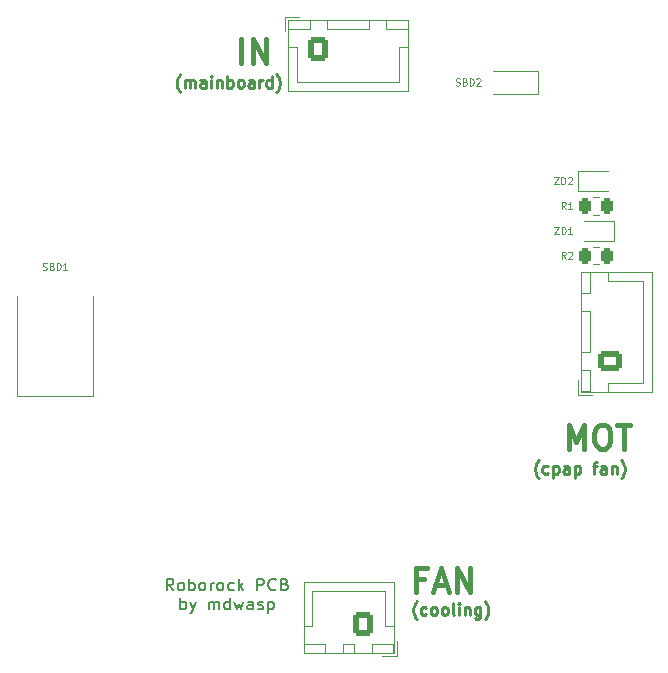
<source format=gbr>
%TF.GenerationSoftware,KiCad,Pcbnew,7.0.8*%
%TF.CreationDate,2023-11-11T22:57:12+01:00*%
%TF.ProjectId,Roborock-CPAP,526f626f-726f-4636-9b2d-435041502e6b,rev?*%
%TF.SameCoordinates,Original*%
%TF.FileFunction,Legend,Top*%
%TF.FilePolarity,Positive*%
%FSLAX46Y46*%
G04 Gerber Fmt 4.6, Leading zero omitted, Abs format (unit mm)*
G04 Created by KiCad (PCBNEW 7.0.8) date 2023-11-11 22:57:12*
%MOMM*%
%LPD*%
G01*
G04 APERTURE LIST*
G04 Aperture macros list*
%AMRoundRect*
0 Rectangle with rounded corners*
0 $1 Rounding radius*
0 $2 $3 $4 $5 $6 $7 $8 $9 X,Y pos of 4 corners*
0 Add a 4 corners polygon primitive as box body*
4,1,4,$2,$3,$4,$5,$6,$7,$8,$9,$2,$3,0*
0 Add four circle primitives for the rounded corners*
1,1,$1+$1,$2,$3*
1,1,$1+$1,$4,$5*
1,1,$1+$1,$6,$7*
1,1,$1+$1,$8,$9*
0 Add four rect primitives between the rounded corners*
20,1,$1+$1,$2,$3,$4,$5,0*
20,1,$1+$1,$4,$5,$6,$7,0*
20,1,$1+$1,$6,$7,$8,$9,0*
20,1,$1+$1,$8,$9,$2,$3,0*%
%AMHorizOval*
0 Thick line with rounded ends*
0 $1 width*
0 $2 $3 position (X,Y) of the first rounded end (center of the circle)*
0 $4 $5 position (X,Y) of the second rounded end (center of the circle)*
0 Add line between two ends*
20,1,$1,$2,$3,$4,$5,0*
0 Add two circle primitives to create the rounded ends*
1,1,$1,$2,$3*
1,1,$1,$4,$5*%
G04 Aperture macros list end*
%ADD10C,0.250000*%
%ADD11C,0.400000*%
%ADD12C,0.150000*%
%ADD13C,0.100000*%
%ADD14C,0.120000*%
%ADD15R,0.600000X0.450000*%
%ADD16RoundRect,0.250000X0.262500X0.450000X-0.262500X0.450000X-0.262500X-0.450000X0.262500X-0.450000X0*%
%ADD17R,1.100000X1.100000*%
%ADD18C,5.600000*%
%ADD19C,3.600000*%
%ADD20RoundRect,0.250000X0.725000X-0.600000X0.725000X0.600000X-0.725000X0.600000X-0.725000X-0.600000X0*%
%ADD21O,1.950000X1.700000*%
%ADD22RoundRect,0.250000X-0.600000X-0.725000X0.600000X-0.725000X0.600000X0.725000X-0.600000X0.725000X0*%
%ADD23O,1.700000X1.950000*%
%ADD24R,3.300000X2.500000*%
%ADD25HorizOval,4.200000X0.353553X0.353553X-0.353553X-0.353553X0*%
%ADD26RoundRect,0.250000X0.600000X0.750000X-0.600000X0.750000X-0.600000X-0.750000X0.600000X-0.750000X0*%
%ADD27O,1.700000X2.000000*%
%ADD28HorizOval,4.200000X0.353553X-0.353553X-0.353553X0.353553X0*%
%ADD29HorizOval,4.200000X-0.353553X-0.353553X0.353553X0.353553X0*%
G04 APERTURE END LIST*
D10*
X160829047Y-118800571D02*
X160781428Y-118752952D01*
X160781428Y-118752952D02*
X160686190Y-118610095D01*
X160686190Y-118610095D02*
X160638571Y-118514857D01*
X160638571Y-118514857D02*
X160590952Y-118372000D01*
X160590952Y-118372000D02*
X160543333Y-118133904D01*
X160543333Y-118133904D02*
X160543333Y-117943428D01*
X160543333Y-117943428D02*
X160590952Y-117705333D01*
X160590952Y-117705333D02*
X160638571Y-117562476D01*
X160638571Y-117562476D02*
X160686190Y-117467238D01*
X160686190Y-117467238D02*
X160781428Y-117324380D01*
X160781428Y-117324380D02*
X160829047Y-117276761D01*
X161638571Y-118372000D02*
X161543333Y-118419619D01*
X161543333Y-118419619D02*
X161352857Y-118419619D01*
X161352857Y-118419619D02*
X161257619Y-118372000D01*
X161257619Y-118372000D02*
X161210000Y-118324380D01*
X161210000Y-118324380D02*
X161162381Y-118229142D01*
X161162381Y-118229142D02*
X161162381Y-117943428D01*
X161162381Y-117943428D02*
X161210000Y-117848190D01*
X161210000Y-117848190D02*
X161257619Y-117800571D01*
X161257619Y-117800571D02*
X161352857Y-117752952D01*
X161352857Y-117752952D02*
X161543333Y-117752952D01*
X161543333Y-117752952D02*
X161638571Y-117800571D01*
X162210000Y-118419619D02*
X162114762Y-118372000D01*
X162114762Y-118372000D02*
X162067143Y-118324380D01*
X162067143Y-118324380D02*
X162019524Y-118229142D01*
X162019524Y-118229142D02*
X162019524Y-117943428D01*
X162019524Y-117943428D02*
X162067143Y-117848190D01*
X162067143Y-117848190D02*
X162114762Y-117800571D01*
X162114762Y-117800571D02*
X162210000Y-117752952D01*
X162210000Y-117752952D02*
X162352857Y-117752952D01*
X162352857Y-117752952D02*
X162448095Y-117800571D01*
X162448095Y-117800571D02*
X162495714Y-117848190D01*
X162495714Y-117848190D02*
X162543333Y-117943428D01*
X162543333Y-117943428D02*
X162543333Y-118229142D01*
X162543333Y-118229142D02*
X162495714Y-118324380D01*
X162495714Y-118324380D02*
X162448095Y-118372000D01*
X162448095Y-118372000D02*
X162352857Y-118419619D01*
X162352857Y-118419619D02*
X162210000Y-118419619D01*
X163114762Y-118419619D02*
X163019524Y-118372000D01*
X163019524Y-118372000D02*
X162971905Y-118324380D01*
X162971905Y-118324380D02*
X162924286Y-118229142D01*
X162924286Y-118229142D02*
X162924286Y-117943428D01*
X162924286Y-117943428D02*
X162971905Y-117848190D01*
X162971905Y-117848190D02*
X163019524Y-117800571D01*
X163019524Y-117800571D02*
X163114762Y-117752952D01*
X163114762Y-117752952D02*
X163257619Y-117752952D01*
X163257619Y-117752952D02*
X163352857Y-117800571D01*
X163352857Y-117800571D02*
X163400476Y-117848190D01*
X163400476Y-117848190D02*
X163448095Y-117943428D01*
X163448095Y-117943428D02*
X163448095Y-118229142D01*
X163448095Y-118229142D02*
X163400476Y-118324380D01*
X163400476Y-118324380D02*
X163352857Y-118372000D01*
X163352857Y-118372000D02*
X163257619Y-118419619D01*
X163257619Y-118419619D02*
X163114762Y-118419619D01*
X164019524Y-118419619D02*
X163924286Y-118372000D01*
X163924286Y-118372000D02*
X163876667Y-118276761D01*
X163876667Y-118276761D02*
X163876667Y-117419619D01*
X164400477Y-118419619D02*
X164400477Y-117752952D01*
X164400477Y-117419619D02*
X164352858Y-117467238D01*
X164352858Y-117467238D02*
X164400477Y-117514857D01*
X164400477Y-117514857D02*
X164448096Y-117467238D01*
X164448096Y-117467238D02*
X164400477Y-117419619D01*
X164400477Y-117419619D02*
X164400477Y-117514857D01*
X164876667Y-117752952D02*
X164876667Y-118419619D01*
X164876667Y-117848190D02*
X164924286Y-117800571D01*
X164924286Y-117800571D02*
X165019524Y-117752952D01*
X165019524Y-117752952D02*
X165162381Y-117752952D01*
X165162381Y-117752952D02*
X165257619Y-117800571D01*
X165257619Y-117800571D02*
X165305238Y-117895809D01*
X165305238Y-117895809D02*
X165305238Y-118419619D01*
X166210000Y-117752952D02*
X166210000Y-118562476D01*
X166210000Y-118562476D02*
X166162381Y-118657714D01*
X166162381Y-118657714D02*
X166114762Y-118705333D01*
X166114762Y-118705333D02*
X166019524Y-118752952D01*
X166019524Y-118752952D02*
X165876667Y-118752952D01*
X165876667Y-118752952D02*
X165781429Y-118705333D01*
X166210000Y-118372000D02*
X166114762Y-118419619D01*
X166114762Y-118419619D02*
X165924286Y-118419619D01*
X165924286Y-118419619D02*
X165829048Y-118372000D01*
X165829048Y-118372000D02*
X165781429Y-118324380D01*
X165781429Y-118324380D02*
X165733810Y-118229142D01*
X165733810Y-118229142D02*
X165733810Y-117943428D01*
X165733810Y-117943428D02*
X165781429Y-117848190D01*
X165781429Y-117848190D02*
X165829048Y-117800571D01*
X165829048Y-117800571D02*
X165924286Y-117752952D01*
X165924286Y-117752952D02*
X166114762Y-117752952D01*
X166114762Y-117752952D02*
X166210000Y-117800571D01*
X166590953Y-118800571D02*
X166638572Y-118752952D01*
X166638572Y-118752952D02*
X166733810Y-118610095D01*
X166733810Y-118610095D02*
X166781429Y-118514857D01*
X166781429Y-118514857D02*
X166829048Y-118372000D01*
X166829048Y-118372000D02*
X166876667Y-118133904D01*
X166876667Y-118133904D02*
X166876667Y-117943428D01*
X166876667Y-117943428D02*
X166829048Y-117705333D01*
X166829048Y-117705333D02*
X166781429Y-117562476D01*
X166781429Y-117562476D02*
X166733810Y-117467238D01*
X166733810Y-117467238D02*
X166638572Y-117324380D01*
X166638572Y-117324380D02*
X166590953Y-117276761D01*
D11*
X145982381Y-71704438D02*
X145982381Y-69704438D01*
X146934762Y-71704438D02*
X146934762Y-69704438D01*
X146934762Y-69704438D02*
X148077619Y-71704438D01*
X148077619Y-71704438D02*
X148077619Y-69704438D01*
X161430952Y-115416819D02*
X160764285Y-115416819D01*
X160764285Y-116464438D02*
X160764285Y-114464438D01*
X160764285Y-114464438D02*
X161716666Y-114464438D01*
X162383333Y-115893009D02*
X163335714Y-115893009D01*
X162192857Y-116464438D02*
X162859523Y-114464438D01*
X162859523Y-114464438D02*
X163526190Y-116464438D01*
X164192857Y-116464438D02*
X164192857Y-114464438D01*
X164192857Y-114464438D02*
X165335714Y-116464438D01*
X165335714Y-116464438D02*
X165335714Y-114464438D01*
D10*
X140798571Y-74170571D02*
X140750952Y-74122952D01*
X140750952Y-74122952D02*
X140655714Y-73980095D01*
X140655714Y-73980095D02*
X140608095Y-73884857D01*
X140608095Y-73884857D02*
X140560476Y-73742000D01*
X140560476Y-73742000D02*
X140512857Y-73503904D01*
X140512857Y-73503904D02*
X140512857Y-73313428D01*
X140512857Y-73313428D02*
X140560476Y-73075333D01*
X140560476Y-73075333D02*
X140608095Y-72932476D01*
X140608095Y-72932476D02*
X140655714Y-72837238D01*
X140655714Y-72837238D02*
X140750952Y-72694380D01*
X140750952Y-72694380D02*
X140798571Y-72646761D01*
X141179524Y-73789619D02*
X141179524Y-73122952D01*
X141179524Y-73218190D02*
X141227143Y-73170571D01*
X141227143Y-73170571D02*
X141322381Y-73122952D01*
X141322381Y-73122952D02*
X141465238Y-73122952D01*
X141465238Y-73122952D02*
X141560476Y-73170571D01*
X141560476Y-73170571D02*
X141608095Y-73265809D01*
X141608095Y-73265809D02*
X141608095Y-73789619D01*
X141608095Y-73265809D02*
X141655714Y-73170571D01*
X141655714Y-73170571D02*
X141750952Y-73122952D01*
X141750952Y-73122952D02*
X141893809Y-73122952D01*
X141893809Y-73122952D02*
X141989048Y-73170571D01*
X141989048Y-73170571D02*
X142036667Y-73265809D01*
X142036667Y-73265809D02*
X142036667Y-73789619D01*
X142941428Y-73789619D02*
X142941428Y-73265809D01*
X142941428Y-73265809D02*
X142893809Y-73170571D01*
X142893809Y-73170571D02*
X142798571Y-73122952D01*
X142798571Y-73122952D02*
X142608095Y-73122952D01*
X142608095Y-73122952D02*
X142512857Y-73170571D01*
X142941428Y-73742000D02*
X142846190Y-73789619D01*
X142846190Y-73789619D02*
X142608095Y-73789619D01*
X142608095Y-73789619D02*
X142512857Y-73742000D01*
X142512857Y-73742000D02*
X142465238Y-73646761D01*
X142465238Y-73646761D02*
X142465238Y-73551523D01*
X142465238Y-73551523D02*
X142512857Y-73456285D01*
X142512857Y-73456285D02*
X142608095Y-73408666D01*
X142608095Y-73408666D02*
X142846190Y-73408666D01*
X142846190Y-73408666D02*
X142941428Y-73361047D01*
X143417619Y-73789619D02*
X143417619Y-73122952D01*
X143417619Y-72789619D02*
X143370000Y-72837238D01*
X143370000Y-72837238D02*
X143417619Y-72884857D01*
X143417619Y-72884857D02*
X143465238Y-72837238D01*
X143465238Y-72837238D02*
X143417619Y-72789619D01*
X143417619Y-72789619D02*
X143417619Y-72884857D01*
X143893809Y-73122952D02*
X143893809Y-73789619D01*
X143893809Y-73218190D02*
X143941428Y-73170571D01*
X143941428Y-73170571D02*
X144036666Y-73122952D01*
X144036666Y-73122952D02*
X144179523Y-73122952D01*
X144179523Y-73122952D02*
X144274761Y-73170571D01*
X144274761Y-73170571D02*
X144322380Y-73265809D01*
X144322380Y-73265809D02*
X144322380Y-73789619D01*
X144798571Y-73789619D02*
X144798571Y-72789619D01*
X144798571Y-73170571D02*
X144893809Y-73122952D01*
X144893809Y-73122952D02*
X145084285Y-73122952D01*
X145084285Y-73122952D02*
X145179523Y-73170571D01*
X145179523Y-73170571D02*
X145227142Y-73218190D01*
X145227142Y-73218190D02*
X145274761Y-73313428D01*
X145274761Y-73313428D02*
X145274761Y-73599142D01*
X145274761Y-73599142D02*
X145227142Y-73694380D01*
X145227142Y-73694380D02*
X145179523Y-73742000D01*
X145179523Y-73742000D02*
X145084285Y-73789619D01*
X145084285Y-73789619D02*
X144893809Y-73789619D01*
X144893809Y-73789619D02*
X144798571Y-73742000D01*
X145846190Y-73789619D02*
X145750952Y-73742000D01*
X145750952Y-73742000D02*
X145703333Y-73694380D01*
X145703333Y-73694380D02*
X145655714Y-73599142D01*
X145655714Y-73599142D02*
X145655714Y-73313428D01*
X145655714Y-73313428D02*
X145703333Y-73218190D01*
X145703333Y-73218190D02*
X145750952Y-73170571D01*
X145750952Y-73170571D02*
X145846190Y-73122952D01*
X145846190Y-73122952D02*
X145989047Y-73122952D01*
X145989047Y-73122952D02*
X146084285Y-73170571D01*
X146084285Y-73170571D02*
X146131904Y-73218190D01*
X146131904Y-73218190D02*
X146179523Y-73313428D01*
X146179523Y-73313428D02*
X146179523Y-73599142D01*
X146179523Y-73599142D02*
X146131904Y-73694380D01*
X146131904Y-73694380D02*
X146084285Y-73742000D01*
X146084285Y-73742000D02*
X145989047Y-73789619D01*
X145989047Y-73789619D02*
X145846190Y-73789619D01*
X147036666Y-73789619D02*
X147036666Y-73265809D01*
X147036666Y-73265809D02*
X146989047Y-73170571D01*
X146989047Y-73170571D02*
X146893809Y-73122952D01*
X146893809Y-73122952D02*
X146703333Y-73122952D01*
X146703333Y-73122952D02*
X146608095Y-73170571D01*
X147036666Y-73742000D02*
X146941428Y-73789619D01*
X146941428Y-73789619D02*
X146703333Y-73789619D01*
X146703333Y-73789619D02*
X146608095Y-73742000D01*
X146608095Y-73742000D02*
X146560476Y-73646761D01*
X146560476Y-73646761D02*
X146560476Y-73551523D01*
X146560476Y-73551523D02*
X146608095Y-73456285D01*
X146608095Y-73456285D02*
X146703333Y-73408666D01*
X146703333Y-73408666D02*
X146941428Y-73408666D01*
X146941428Y-73408666D02*
X147036666Y-73361047D01*
X147512857Y-73789619D02*
X147512857Y-73122952D01*
X147512857Y-73313428D02*
X147560476Y-73218190D01*
X147560476Y-73218190D02*
X147608095Y-73170571D01*
X147608095Y-73170571D02*
X147703333Y-73122952D01*
X147703333Y-73122952D02*
X147798571Y-73122952D01*
X148560476Y-73789619D02*
X148560476Y-72789619D01*
X148560476Y-73742000D02*
X148465238Y-73789619D01*
X148465238Y-73789619D02*
X148274762Y-73789619D01*
X148274762Y-73789619D02*
X148179524Y-73742000D01*
X148179524Y-73742000D02*
X148131905Y-73694380D01*
X148131905Y-73694380D02*
X148084286Y-73599142D01*
X148084286Y-73599142D02*
X148084286Y-73313428D01*
X148084286Y-73313428D02*
X148131905Y-73218190D01*
X148131905Y-73218190D02*
X148179524Y-73170571D01*
X148179524Y-73170571D02*
X148274762Y-73122952D01*
X148274762Y-73122952D02*
X148465238Y-73122952D01*
X148465238Y-73122952D02*
X148560476Y-73170571D01*
X148941429Y-74170571D02*
X148989048Y-74122952D01*
X148989048Y-74122952D02*
X149084286Y-73980095D01*
X149084286Y-73980095D02*
X149131905Y-73884857D01*
X149131905Y-73884857D02*
X149179524Y-73742000D01*
X149179524Y-73742000D02*
X149227143Y-73503904D01*
X149227143Y-73503904D02*
X149227143Y-73313428D01*
X149227143Y-73313428D02*
X149179524Y-73075333D01*
X149179524Y-73075333D02*
X149131905Y-72932476D01*
X149131905Y-72932476D02*
X149084286Y-72837238D01*
X149084286Y-72837238D02*
X148989048Y-72694380D01*
X148989048Y-72694380D02*
X148941429Y-72646761D01*
X171139999Y-106850571D02*
X171092380Y-106802952D01*
X171092380Y-106802952D02*
X170997142Y-106660095D01*
X170997142Y-106660095D02*
X170949523Y-106564857D01*
X170949523Y-106564857D02*
X170901904Y-106422000D01*
X170901904Y-106422000D02*
X170854285Y-106183904D01*
X170854285Y-106183904D02*
X170854285Y-105993428D01*
X170854285Y-105993428D02*
X170901904Y-105755333D01*
X170901904Y-105755333D02*
X170949523Y-105612476D01*
X170949523Y-105612476D02*
X170997142Y-105517238D01*
X170997142Y-105517238D02*
X171092380Y-105374380D01*
X171092380Y-105374380D02*
X171139999Y-105326761D01*
X171949523Y-106422000D02*
X171854285Y-106469619D01*
X171854285Y-106469619D02*
X171663809Y-106469619D01*
X171663809Y-106469619D02*
X171568571Y-106422000D01*
X171568571Y-106422000D02*
X171520952Y-106374380D01*
X171520952Y-106374380D02*
X171473333Y-106279142D01*
X171473333Y-106279142D02*
X171473333Y-105993428D01*
X171473333Y-105993428D02*
X171520952Y-105898190D01*
X171520952Y-105898190D02*
X171568571Y-105850571D01*
X171568571Y-105850571D02*
X171663809Y-105802952D01*
X171663809Y-105802952D02*
X171854285Y-105802952D01*
X171854285Y-105802952D02*
X171949523Y-105850571D01*
X172378095Y-105802952D02*
X172378095Y-106802952D01*
X172378095Y-105850571D02*
X172473333Y-105802952D01*
X172473333Y-105802952D02*
X172663809Y-105802952D01*
X172663809Y-105802952D02*
X172759047Y-105850571D01*
X172759047Y-105850571D02*
X172806666Y-105898190D01*
X172806666Y-105898190D02*
X172854285Y-105993428D01*
X172854285Y-105993428D02*
X172854285Y-106279142D01*
X172854285Y-106279142D02*
X172806666Y-106374380D01*
X172806666Y-106374380D02*
X172759047Y-106422000D01*
X172759047Y-106422000D02*
X172663809Y-106469619D01*
X172663809Y-106469619D02*
X172473333Y-106469619D01*
X172473333Y-106469619D02*
X172378095Y-106422000D01*
X173711428Y-106469619D02*
X173711428Y-105945809D01*
X173711428Y-105945809D02*
X173663809Y-105850571D01*
X173663809Y-105850571D02*
X173568571Y-105802952D01*
X173568571Y-105802952D02*
X173378095Y-105802952D01*
X173378095Y-105802952D02*
X173282857Y-105850571D01*
X173711428Y-106422000D02*
X173616190Y-106469619D01*
X173616190Y-106469619D02*
X173378095Y-106469619D01*
X173378095Y-106469619D02*
X173282857Y-106422000D01*
X173282857Y-106422000D02*
X173235238Y-106326761D01*
X173235238Y-106326761D02*
X173235238Y-106231523D01*
X173235238Y-106231523D02*
X173282857Y-106136285D01*
X173282857Y-106136285D02*
X173378095Y-106088666D01*
X173378095Y-106088666D02*
X173616190Y-106088666D01*
X173616190Y-106088666D02*
X173711428Y-106041047D01*
X174187619Y-105802952D02*
X174187619Y-106802952D01*
X174187619Y-105850571D02*
X174282857Y-105802952D01*
X174282857Y-105802952D02*
X174473333Y-105802952D01*
X174473333Y-105802952D02*
X174568571Y-105850571D01*
X174568571Y-105850571D02*
X174616190Y-105898190D01*
X174616190Y-105898190D02*
X174663809Y-105993428D01*
X174663809Y-105993428D02*
X174663809Y-106279142D01*
X174663809Y-106279142D02*
X174616190Y-106374380D01*
X174616190Y-106374380D02*
X174568571Y-106422000D01*
X174568571Y-106422000D02*
X174473333Y-106469619D01*
X174473333Y-106469619D02*
X174282857Y-106469619D01*
X174282857Y-106469619D02*
X174187619Y-106422000D01*
X175711429Y-105802952D02*
X176092381Y-105802952D01*
X175854286Y-106469619D02*
X175854286Y-105612476D01*
X175854286Y-105612476D02*
X175901905Y-105517238D01*
X175901905Y-105517238D02*
X175997143Y-105469619D01*
X175997143Y-105469619D02*
X176092381Y-105469619D01*
X176854286Y-106469619D02*
X176854286Y-105945809D01*
X176854286Y-105945809D02*
X176806667Y-105850571D01*
X176806667Y-105850571D02*
X176711429Y-105802952D01*
X176711429Y-105802952D02*
X176520953Y-105802952D01*
X176520953Y-105802952D02*
X176425715Y-105850571D01*
X176854286Y-106422000D02*
X176759048Y-106469619D01*
X176759048Y-106469619D02*
X176520953Y-106469619D01*
X176520953Y-106469619D02*
X176425715Y-106422000D01*
X176425715Y-106422000D02*
X176378096Y-106326761D01*
X176378096Y-106326761D02*
X176378096Y-106231523D01*
X176378096Y-106231523D02*
X176425715Y-106136285D01*
X176425715Y-106136285D02*
X176520953Y-106088666D01*
X176520953Y-106088666D02*
X176759048Y-106088666D01*
X176759048Y-106088666D02*
X176854286Y-106041047D01*
X177330477Y-105802952D02*
X177330477Y-106469619D01*
X177330477Y-105898190D02*
X177378096Y-105850571D01*
X177378096Y-105850571D02*
X177473334Y-105802952D01*
X177473334Y-105802952D02*
X177616191Y-105802952D01*
X177616191Y-105802952D02*
X177711429Y-105850571D01*
X177711429Y-105850571D02*
X177759048Y-105945809D01*
X177759048Y-105945809D02*
X177759048Y-106469619D01*
X178140001Y-106850571D02*
X178187620Y-106802952D01*
X178187620Y-106802952D02*
X178282858Y-106660095D01*
X178282858Y-106660095D02*
X178330477Y-106564857D01*
X178330477Y-106564857D02*
X178378096Y-106422000D01*
X178378096Y-106422000D02*
X178425715Y-106183904D01*
X178425715Y-106183904D02*
X178425715Y-105993428D01*
X178425715Y-105993428D02*
X178378096Y-105755333D01*
X178378096Y-105755333D02*
X178330477Y-105612476D01*
X178330477Y-105612476D02*
X178282858Y-105517238D01*
X178282858Y-105517238D02*
X178187620Y-105374380D01*
X178187620Y-105374380D02*
X178140001Y-105326761D01*
D11*
X173683809Y-104344438D02*
X173683809Y-102344438D01*
X173683809Y-102344438D02*
X174350476Y-103773009D01*
X174350476Y-103773009D02*
X175017142Y-102344438D01*
X175017142Y-102344438D02*
X175017142Y-104344438D01*
X176350475Y-102344438D02*
X176731428Y-102344438D01*
X176731428Y-102344438D02*
X176921904Y-102439676D01*
X176921904Y-102439676D02*
X177112380Y-102630152D01*
X177112380Y-102630152D02*
X177207618Y-103011104D01*
X177207618Y-103011104D02*
X177207618Y-103677771D01*
X177207618Y-103677771D02*
X177112380Y-104058723D01*
X177112380Y-104058723D02*
X176921904Y-104249200D01*
X176921904Y-104249200D02*
X176731428Y-104344438D01*
X176731428Y-104344438D02*
X176350475Y-104344438D01*
X176350475Y-104344438D02*
X176159999Y-104249200D01*
X176159999Y-104249200D02*
X175969523Y-104058723D01*
X175969523Y-104058723D02*
X175874285Y-103677771D01*
X175874285Y-103677771D02*
X175874285Y-103011104D01*
X175874285Y-103011104D02*
X175969523Y-102630152D01*
X175969523Y-102630152D02*
X176159999Y-102439676D01*
X176159999Y-102439676D02*
X176350475Y-102344438D01*
X177779047Y-102344438D02*
X178921904Y-102344438D01*
X178350475Y-104344438D02*
X178350475Y-102344438D01*
D12*
X140226189Y-116349819D02*
X139892856Y-115873628D01*
X139654761Y-116349819D02*
X139654761Y-115349819D01*
X139654761Y-115349819D02*
X140035713Y-115349819D01*
X140035713Y-115349819D02*
X140130951Y-115397438D01*
X140130951Y-115397438D02*
X140178570Y-115445057D01*
X140178570Y-115445057D02*
X140226189Y-115540295D01*
X140226189Y-115540295D02*
X140226189Y-115683152D01*
X140226189Y-115683152D02*
X140178570Y-115778390D01*
X140178570Y-115778390D02*
X140130951Y-115826009D01*
X140130951Y-115826009D02*
X140035713Y-115873628D01*
X140035713Y-115873628D02*
X139654761Y-115873628D01*
X140797618Y-116349819D02*
X140702380Y-116302200D01*
X140702380Y-116302200D02*
X140654761Y-116254580D01*
X140654761Y-116254580D02*
X140607142Y-116159342D01*
X140607142Y-116159342D02*
X140607142Y-115873628D01*
X140607142Y-115873628D02*
X140654761Y-115778390D01*
X140654761Y-115778390D02*
X140702380Y-115730771D01*
X140702380Y-115730771D02*
X140797618Y-115683152D01*
X140797618Y-115683152D02*
X140940475Y-115683152D01*
X140940475Y-115683152D02*
X141035713Y-115730771D01*
X141035713Y-115730771D02*
X141083332Y-115778390D01*
X141083332Y-115778390D02*
X141130951Y-115873628D01*
X141130951Y-115873628D02*
X141130951Y-116159342D01*
X141130951Y-116159342D02*
X141083332Y-116254580D01*
X141083332Y-116254580D02*
X141035713Y-116302200D01*
X141035713Y-116302200D02*
X140940475Y-116349819D01*
X140940475Y-116349819D02*
X140797618Y-116349819D01*
X141559523Y-116349819D02*
X141559523Y-115349819D01*
X141559523Y-115730771D02*
X141654761Y-115683152D01*
X141654761Y-115683152D02*
X141845237Y-115683152D01*
X141845237Y-115683152D02*
X141940475Y-115730771D01*
X141940475Y-115730771D02*
X141988094Y-115778390D01*
X141988094Y-115778390D02*
X142035713Y-115873628D01*
X142035713Y-115873628D02*
X142035713Y-116159342D01*
X142035713Y-116159342D02*
X141988094Y-116254580D01*
X141988094Y-116254580D02*
X141940475Y-116302200D01*
X141940475Y-116302200D02*
X141845237Y-116349819D01*
X141845237Y-116349819D02*
X141654761Y-116349819D01*
X141654761Y-116349819D02*
X141559523Y-116302200D01*
X142607142Y-116349819D02*
X142511904Y-116302200D01*
X142511904Y-116302200D02*
X142464285Y-116254580D01*
X142464285Y-116254580D02*
X142416666Y-116159342D01*
X142416666Y-116159342D02*
X142416666Y-115873628D01*
X142416666Y-115873628D02*
X142464285Y-115778390D01*
X142464285Y-115778390D02*
X142511904Y-115730771D01*
X142511904Y-115730771D02*
X142607142Y-115683152D01*
X142607142Y-115683152D02*
X142749999Y-115683152D01*
X142749999Y-115683152D02*
X142845237Y-115730771D01*
X142845237Y-115730771D02*
X142892856Y-115778390D01*
X142892856Y-115778390D02*
X142940475Y-115873628D01*
X142940475Y-115873628D02*
X142940475Y-116159342D01*
X142940475Y-116159342D02*
X142892856Y-116254580D01*
X142892856Y-116254580D02*
X142845237Y-116302200D01*
X142845237Y-116302200D02*
X142749999Y-116349819D01*
X142749999Y-116349819D02*
X142607142Y-116349819D01*
X143369047Y-116349819D02*
X143369047Y-115683152D01*
X143369047Y-115873628D02*
X143416666Y-115778390D01*
X143416666Y-115778390D02*
X143464285Y-115730771D01*
X143464285Y-115730771D02*
X143559523Y-115683152D01*
X143559523Y-115683152D02*
X143654761Y-115683152D01*
X144130952Y-116349819D02*
X144035714Y-116302200D01*
X144035714Y-116302200D02*
X143988095Y-116254580D01*
X143988095Y-116254580D02*
X143940476Y-116159342D01*
X143940476Y-116159342D02*
X143940476Y-115873628D01*
X143940476Y-115873628D02*
X143988095Y-115778390D01*
X143988095Y-115778390D02*
X144035714Y-115730771D01*
X144035714Y-115730771D02*
X144130952Y-115683152D01*
X144130952Y-115683152D02*
X144273809Y-115683152D01*
X144273809Y-115683152D02*
X144369047Y-115730771D01*
X144369047Y-115730771D02*
X144416666Y-115778390D01*
X144416666Y-115778390D02*
X144464285Y-115873628D01*
X144464285Y-115873628D02*
X144464285Y-116159342D01*
X144464285Y-116159342D02*
X144416666Y-116254580D01*
X144416666Y-116254580D02*
X144369047Y-116302200D01*
X144369047Y-116302200D02*
X144273809Y-116349819D01*
X144273809Y-116349819D02*
X144130952Y-116349819D01*
X145321428Y-116302200D02*
X145226190Y-116349819D01*
X145226190Y-116349819D02*
X145035714Y-116349819D01*
X145035714Y-116349819D02*
X144940476Y-116302200D01*
X144940476Y-116302200D02*
X144892857Y-116254580D01*
X144892857Y-116254580D02*
X144845238Y-116159342D01*
X144845238Y-116159342D02*
X144845238Y-115873628D01*
X144845238Y-115873628D02*
X144892857Y-115778390D01*
X144892857Y-115778390D02*
X144940476Y-115730771D01*
X144940476Y-115730771D02*
X145035714Y-115683152D01*
X145035714Y-115683152D02*
X145226190Y-115683152D01*
X145226190Y-115683152D02*
X145321428Y-115730771D01*
X145750000Y-116349819D02*
X145750000Y-115349819D01*
X145845238Y-115968866D02*
X146130952Y-116349819D01*
X146130952Y-115683152D02*
X145750000Y-116064104D01*
X147321429Y-116349819D02*
X147321429Y-115349819D01*
X147321429Y-115349819D02*
X147702381Y-115349819D01*
X147702381Y-115349819D02*
X147797619Y-115397438D01*
X147797619Y-115397438D02*
X147845238Y-115445057D01*
X147845238Y-115445057D02*
X147892857Y-115540295D01*
X147892857Y-115540295D02*
X147892857Y-115683152D01*
X147892857Y-115683152D02*
X147845238Y-115778390D01*
X147845238Y-115778390D02*
X147797619Y-115826009D01*
X147797619Y-115826009D02*
X147702381Y-115873628D01*
X147702381Y-115873628D02*
X147321429Y-115873628D01*
X148892857Y-116254580D02*
X148845238Y-116302200D01*
X148845238Y-116302200D02*
X148702381Y-116349819D01*
X148702381Y-116349819D02*
X148607143Y-116349819D01*
X148607143Y-116349819D02*
X148464286Y-116302200D01*
X148464286Y-116302200D02*
X148369048Y-116206961D01*
X148369048Y-116206961D02*
X148321429Y-116111723D01*
X148321429Y-116111723D02*
X148273810Y-115921247D01*
X148273810Y-115921247D02*
X148273810Y-115778390D01*
X148273810Y-115778390D02*
X148321429Y-115587914D01*
X148321429Y-115587914D02*
X148369048Y-115492676D01*
X148369048Y-115492676D02*
X148464286Y-115397438D01*
X148464286Y-115397438D02*
X148607143Y-115349819D01*
X148607143Y-115349819D02*
X148702381Y-115349819D01*
X148702381Y-115349819D02*
X148845238Y-115397438D01*
X148845238Y-115397438D02*
X148892857Y-115445057D01*
X149654762Y-115826009D02*
X149797619Y-115873628D01*
X149797619Y-115873628D02*
X149845238Y-115921247D01*
X149845238Y-115921247D02*
X149892857Y-116016485D01*
X149892857Y-116016485D02*
X149892857Y-116159342D01*
X149892857Y-116159342D02*
X149845238Y-116254580D01*
X149845238Y-116254580D02*
X149797619Y-116302200D01*
X149797619Y-116302200D02*
X149702381Y-116349819D01*
X149702381Y-116349819D02*
X149321429Y-116349819D01*
X149321429Y-116349819D02*
X149321429Y-115349819D01*
X149321429Y-115349819D02*
X149654762Y-115349819D01*
X149654762Y-115349819D02*
X149750000Y-115397438D01*
X149750000Y-115397438D02*
X149797619Y-115445057D01*
X149797619Y-115445057D02*
X149845238Y-115540295D01*
X149845238Y-115540295D02*
X149845238Y-115635533D01*
X149845238Y-115635533D02*
X149797619Y-115730771D01*
X149797619Y-115730771D02*
X149750000Y-115778390D01*
X149750000Y-115778390D02*
X149654762Y-115826009D01*
X149654762Y-115826009D02*
X149321429Y-115826009D01*
X140821428Y-117959819D02*
X140821428Y-116959819D01*
X140821428Y-117340771D02*
X140916666Y-117293152D01*
X140916666Y-117293152D02*
X141107142Y-117293152D01*
X141107142Y-117293152D02*
X141202380Y-117340771D01*
X141202380Y-117340771D02*
X141249999Y-117388390D01*
X141249999Y-117388390D02*
X141297618Y-117483628D01*
X141297618Y-117483628D02*
X141297618Y-117769342D01*
X141297618Y-117769342D02*
X141249999Y-117864580D01*
X141249999Y-117864580D02*
X141202380Y-117912200D01*
X141202380Y-117912200D02*
X141107142Y-117959819D01*
X141107142Y-117959819D02*
X140916666Y-117959819D01*
X140916666Y-117959819D02*
X140821428Y-117912200D01*
X141630952Y-117293152D02*
X141869047Y-117959819D01*
X142107142Y-117293152D02*
X141869047Y-117959819D01*
X141869047Y-117959819D02*
X141773809Y-118197914D01*
X141773809Y-118197914D02*
X141726190Y-118245533D01*
X141726190Y-118245533D02*
X141630952Y-118293152D01*
X143250000Y-117959819D02*
X143250000Y-117293152D01*
X143250000Y-117388390D02*
X143297619Y-117340771D01*
X143297619Y-117340771D02*
X143392857Y-117293152D01*
X143392857Y-117293152D02*
X143535714Y-117293152D01*
X143535714Y-117293152D02*
X143630952Y-117340771D01*
X143630952Y-117340771D02*
X143678571Y-117436009D01*
X143678571Y-117436009D02*
X143678571Y-117959819D01*
X143678571Y-117436009D02*
X143726190Y-117340771D01*
X143726190Y-117340771D02*
X143821428Y-117293152D01*
X143821428Y-117293152D02*
X143964285Y-117293152D01*
X143964285Y-117293152D02*
X144059524Y-117340771D01*
X144059524Y-117340771D02*
X144107143Y-117436009D01*
X144107143Y-117436009D02*
X144107143Y-117959819D01*
X145011904Y-117959819D02*
X145011904Y-116959819D01*
X145011904Y-117912200D02*
X144916666Y-117959819D01*
X144916666Y-117959819D02*
X144726190Y-117959819D01*
X144726190Y-117959819D02*
X144630952Y-117912200D01*
X144630952Y-117912200D02*
X144583333Y-117864580D01*
X144583333Y-117864580D02*
X144535714Y-117769342D01*
X144535714Y-117769342D02*
X144535714Y-117483628D01*
X144535714Y-117483628D02*
X144583333Y-117388390D01*
X144583333Y-117388390D02*
X144630952Y-117340771D01*
X144630952Y-117340771D02*
X144726190Y-117293152D01*
X144726190Y-117293152D02*
X144916666Y-117293152D01*
X144916666Y-117293152D02*
X145011904Y-117340771D01*
X145392857Y-117293152D02*
X145583333Y-117959819D01*
X145583333Y-117959819D02*
X145773809Y-117483628D01*
X145773809Y-117483628D02*
X145964285Y-117959819D01*
X145964285Y-117959819D02*
X146154761Y-117293152D01*
X146964285Y-117959819D02*
X146964285Y-117436009D01*
X146964285Y-117436009D02*
X146916666Y-117340771D01*
X146916666Y-117340771D02*
X146821428Y-117293152D01*
X146821428Y-117293152D02*
X146630952Y-117293152D01*
X146630952Y-117293152D02*
X146535714Y-117340771D01*
X146964285Y-117912200D02*
X146869047Y-117959819D01*
X146869047Y-117959819D02*
X146630952Y-117959819D01*
X146630952Y-117959819D02*
X146535714Y-117912200D01*
X146535714Y-117912200D02*
X146488095Y-117816961D01*
X146488095Y-117816961D02*
X146488095Y-117721723D01*
X146488095Y-117721723D02*
X146535714Y-117626485D01*
X146535714Y-117626485D02*
X146630952Y-117578866D01*
X146630952Y-117578866D02*
X146869047Y-117578866D01*
X146869047Y-117578866D02*
X146964285Y-117531247D01*
X147392857Y-117912200D02*
X147488095Y-117959819D01*
X147488095Y-117959819D02*
X147678571Y-117959819D01*
X147678571Y-117959819D02*
X147773809Y-117912200D01*
X147773809Y-117912200D02*
X147821428Y-117816961D01*
X147821428Y-117816961D02*
X147821428Y-117769342D01*
X147821428Y-117769342D02*
X147773809Y-117674104D01*
X147773809Y-117674104D02*
X147678571Y-117626485D01*
X147678571Y-117626485D02*
X147535714Y-117626485D01*
X147535714Y-117626485D02*
X147440476Y-117578866D01*
X147440476Y-117578866D02*
X147392857Y-117483628D01*
X147392857Y-117483628D02*
X147392857Y-117436009D01*
X147392857Y-117436009D02*
X147440476Y-117340771D01*
X147440476Y-117340771D02*
X147535714Y-117293152D01*
X147535714Y-117293152D02*
X147678571Y-117293152D01*
X147678571Y-117293152D02*
X147773809Y-117340771D01*
X148250000Y-117293152D02*
X148250000Y-118293152D01*
X148250000Y-117340771D02*
X148345238Y-117293152D01*
X148345238Y-117293152D02*
X148535714Y-117293152D01*
X148535714Y-117293152D02*
X148630952Y-117340771D01*
X148630952Y-117340771D02*
X148678571Y-117388390D01*
X148678571Y-117388390D02*
X148726190Y-117483628D01*
X148726190Y-117483628D02*
X148726190Y-117769342D01*
X148726190Y-117769342D02*
X148678571Y-117864580D01*
X148678571Y-117864580D02*
X148630952Y-117912200D01*
X148630952Y-117912200D02*
X148535714Y-117959819D01*
X148535714Y-117959819D02*
X148345238Y-117959819D01*
X148345238Y-117959819D02*
X148250000Y-117912200D01*
D13*
X172444285Y-81382371D02*
X172844285Y-81382371D01*
X172844285Y-81382371D02*
X172444285Y-81982371D01*
X172444285Y-81982371D02*
X172844285Y-81982371D01*
X173072857Y-81982371D02*
X173072857Y-81382371D01*
X173072857Y-81382371D02*
X173215714Y-81382371D01*
X173215714Y-81382371D02*
X173301428Y-81410942D01*
X173301428Y-81410942D02*
X173358571Y-81468085D01*
X173358571Y-81468085D02*
X173387142Y-81525228D01*
X173387142Y-81525228D02*
X173415714Y-81639514D01*
X173415714Y-81639514D02*
X173415714Y-81725228D01*
X173415714Y-81725228D02*
X173387142Y-81839514D01*
X173387142Y-81839514D02*
X173358571Y-81896657D01*
X173358571Y-81896657D02*
X173301428Y-81953800D01*
X173301428Y-81953800D02*
X173215714Y-81982371D01*
X173215714Y-81982371D02*
X173072857Y-81982371D01*
X173644285Y-81439514D02*
X173672857Y-81410942D01*
X173672857Y-81410942D02*
X173730000Y-81382371D01*
X173730000Y-81382371D02*
X173872857Y-81382371D01*
X173872857Y-81382371D02*
X173930000Y-81410942D01*
X173930000Y-81410942D02*
X173958571Y-81439514D01*
X173958571Y-81439514D02*
X173987142Y-81496657D01*
X173987142Y-81496657D02*
X173987142Y-81553800D01*
X173987142Y-81553800D02*
X173958571Y-81639514D01*
X173958571Y-81639514D02*
X173615714Y-81982371D01*
X173615714Y-81982371D02*
X173987142Y-81982371D01*
X173430000Y-88272371D02*
X173230000Y-87986657D01*
X173087143Y-88272371D02*
X173087143Y-87672371D01*
X173087143Y-87672371D02*
X173315714Y-87672371D01*
X173315714Y-87672371D02*
X173372857Y-87700942D01*
X173372857Y-87700942D02*
X173401428Y-87729514D01*
X173401428Y-87729514D02*
X173430000Y-87786657D01*
X173430000Y-87786657D02*
X173430000Y-87872371D01*
X173430000Y-87872371D02*
X173401428Y-87929514D01*
X173401428Y-87929514D02*
X173372857Y-87958085D01*
X173372857Y-87958085D02*
X173315714Y-87986657D01*
X173315714Y-87986657D02*
X173087143Y-87986657D01*
X173658571Y-87729514D02*
X173687143Y-87700942D01*
X173687143Y-87700942D02*
X173744286Y-87672371D01*
X173744286Y-87672371D02*
X173887143Y-87672371D01*
X173887143Y-87672371D02*
X173944286Y-87700942D01*
X173944286Y-87700942D02*
X173972857Y-87729514D01*
X173972857Y-87729514D02*
X174001428Y-87786657D01*
X174001428Y-87786657D02*
X174001428Y-87843800D01*
X174001428Y-87843800D02*
X173972857Y-87929514D01*
X173972857Y-87929514D02*
X173630000Y-88272371D01*
X173630000Y-88272371D02*
X174001428Y-88272371D01*
X164112856Y-73573800D02*
X164198571Y-73602371D01*
X164198571Y-73602371D02*
X164341428Y-73602371D01*
X164341428Y-73602371D02*
X164398571Y-73573800D01*
X164398571Y-73573800D02*
X164427142Y-73545228D01*
X164427142Y-73545228D02*
X164455713Y-73488085D01*
X164455713Y-73488085D02*
X164455713Y-73430942D01*
X164455713Y-73430942D02*
X164427142Y-73373800D01*
X164427142Y-73373800D02*
X164398571Y-73345228D01*
X164398571Y-73345228D02*
X164341428Y-73316657D01*
X164341428Y-73316657D02*
X164227142Y-73288085D01*
X164227142Y-73288085D02*
X164169999Y-73259514D01*
X164169999Y-73259514D02*
X164141428Y-73230942D01*
X164141428Y-73230942D02*
X164112856Y-73173800D01*
X164112856Y-73173800D02*
X164112856Y-73116657D01*
X164112856Y-73116657D02*
X164141428Y-73059514D01*
X164141428Y-73059514D02*
X164169999Y-73030942D01*
X164169999Y-73030942D02*
X164227142Y-73002371D01*
X164227142Y-73002371D02*
X164369999Y-73002371D01*
X164369999Y-73002371D02*
X164455713Y-73030942D01*
X164912857Y-73288085D02*
X164998571Y-73316657D01*
X164998571Y-73316657D02*
X165027142Y-73345228D01*
X165027142Y-73345228D02*
X165055714Y-73402371D01*
X165055714Y-73402371D02*
X165055714Y-73488085D01*
X165055714Y-73488085D02*
X165027142Y-73545228D01*
X165027142Y-73545228D02*
X164998571Y-73573800D01*
X164998571Y-73573800D02*
X164941428Y-73602371D01*
X164941428Y-73602371D02*
X164712857Y-73602371D01*
X164712857Y-73602371D02*
X164712857Y-73002371D01*
X164712857Y-73002371D02*
X164912857Y-73002371D01*
X164912857Y-73002371D02*
X164970000Y-73030942D01*
X164970000Y-73030942D02*
X164998571Y-73059514D01*
X164998571Y-73059514D02*
X165027142Y-73116657D01*
X165027142Y-73116657D02*
X165027142Y-73173800D01*
X165027142Y-73173800D02*
X164998571Y-73230942D01*
X164998571Y-73230942D02*
X164970000Y-73259514D01*
X164970000Y-73259514D02*
X164912857Y-73288085D01*
X164912857Y-73288085D02*
X164712857Y-73288085D01*
X165312857Y-73602371D02*
X165312857Y-73002371D01*
X165312857Y-73002371D02*
X165455714Y-73002371D01*
X165455714Y-73002371D02*
X165541428Y-73030942D01*
X165541428Y-73030942D02*
X165598571Y-73088085D01*
X165598571Y-73088085D02*
X165627142Y-73145228D01*
X165627142Y-73145228D02*
X165655714Y-73259514D01*
X165655714Y-73259514D02*
X165655714Y-73345228D01*
X165655714Y-73345228D02*
X165627142Y-73459514D01*
X165627142Y-73459514D02*
X165598571Y-73516657D01*
X165598571Y-73516657D02*
X165541428Y-73573800D01*
X165541428Y-73573800D02*
X165455714Y-73602371D01*
X165455714Y-73602371D02*
X165312857Y-73602371D01*
X165884285Y-73059514D02*
X165912857Y-73030942D01*
X165912857Y-73030942D02*
X165970000Y-73002371D01*
X165970000Y-73002371D02*
X166112857Y-73002371D01*
X166112857Y-73002371D02*
X166170000Y-73030942D01*
X166170000Y-73030942D02*
X166198571Y-73059514D01*
X166198571Y-73059514D02*
X166227142Y-73116657D01*
X166227142Y-73116657D02*
X166227142Y-73173800D01*
X166227142Y-73173800D02*
X166198571Y-73259514D01*
X166198571Y-73259514D02*
X165855714Y-73602371D01*
X165855714Y-73602371D02*
X166227142Y-73602371D01*
X129142856Y-89183800D02*
X129228571Y-89212371D01*
X129228571Y-89212371D02*
X129371428Y-89212371D01*
X129371428Y-89212371D02*
X129428571Y-89183800D01*
X129428571Y-89183800D02*
X129457142Y-89155228D01*
X129457142Y-89155228D02*
X129485713Y-89098085D01*
X129485713Y-89098085D02*
X129485713Y-89040942D01*
X129485713Y-89040942D02*
X129457142Y-88983800D01*
X129457142Y-88983800D02*
X129428571Y-88955228D01*
X129428571Y-88955228D02*
X129371428Y-88926657D01*
X129371428Y-88926657D02*
X129257142Y-88898085D01*
X129257142Y-88898085D02*
X129199999Y-88869514D01*
X129199999Y-88869514D02*
X129171428Y-88840942D01*
X129171428Y-88840942D02*
X129142856Y-88783800D01*
X129142856Y-88783800D02*
X129142856Y-88726657D01*
X129142856Y-88726657D02*
X129171428Y-88669514D01*
X129171428Y-88669514D02*
X129199999Y-88640942D01*
X129199999Y-88640942D02*
X129257142Y-88612371D01*
X129257142Y-88612371D02*
X129399999Y-88612371D01*
X129399999Y-88612371D02*
X129485713Y-88640942D01*
X129942857Y-88898085D02*
X130028571Y-88926657D01*
X130028571Y-88926657D02*
X130057142Y-88955228D01*
X130057142Y-88955228D02*
X130085714Y-89012371D01*
X130085714Y-89012371D02*
X130085714Y-89098085D01*
X130085714Y-89098085D02*
X130057142Y-89155228D01*
X130057142Y-89155228D02*
X130028571Y-89183800D01*
X130028571Y-89183800D02*
X129971428Y-89212371D01*
X129971428Y-89212371D02*
X129742857Y-89212371D01*
X129742857Y-89212371D02*
X129742857Y-88612371D01*
X129742857Y-88612371D02*
X129942857Y-88612371D01*
X129942857Y-88612371D02*
X130000000Y-88640942D01*
X130000000Y-88640942D02*
X130028571Y-88669514D01*
X130028571Y-88669514D02*
X130057142Y-88726657D01*
X130057142Y-88726657D02*
X130057142Y-88783800D01*
X130057142Y-88783800D02*
X130028571Y-88840942D01*
X130028571Y-88840942D02*
X130000000Y-88869514D01*
X130000000Y-88869514D02*
X129942857Y-88898085D01*
X129942857Y-88898085D02*
X129742857Y-88898085D01*
X130342857Y-89212371D02*
X130342857Y-88612371D01*
X130342857Y-88612371D02*
X130485714Y-88612371D01*
X130485714Y-88612371D02*
X130571428Y-88640942D01*
X130571428Y-88640942D02*
X130628571Y-88698085D01*
X130628571Y-88698085D02*
X130657142Y-88755228D01*
X130657142Y-88755228D02*
X130685714Y-88869514D01*
X130685714Y-88869514D02*
X130685714Y-88955228D01*
X130685714Y-88955228D02*
X130657142Y-89069514D01*
X130657142Y-89069514D02*
X130628571Y-89126657D01*
X130628571Y-89126657D02*
X130571428Y-89183800D01*
X130571428Y-89183800D02*
X130485714Y-89212371D01*
X130485714Y-89212371D02*
X130342857Y-89212371D01*
X131257142Y-89212371D02*
X130914285Y-89212371D01*
X131085714Y-89212371D02*
X131085714Y-88612371D01*
X131085714Y-88612371D02*
X131028571Y-88698085D01*
X131028571Y-88698085D02*
X130971428Y-88755228D01*
X130971428Y-88755228D02*
X130914285Y-88783800D01*
X172454285Y-85582371D02*
X172854285Y-85582371D01*
X172854285Y-85582371D02*
X172454285Y-86182371D01*
X172454285Y-86182371D02*
X172854285Y-86182371D01*
X173082857Y-86182371D02*
X173082857Y-85582371D01*
X173082857Y-85582371D02*
X173225714Y-85582371D01*
X173225714Y-85582371D02*
X173311428Y-85610942D01*
X173311428Y-85610942D02*
X173368571Y-85668085D01*
X173368571Y-85668085D02*
X173397142Y-85725228D01*
X173397142Y-85725228D02*
X173425714Y-85839514D01*
X173425714Y-85839514D02*
X173425714Y-85925228D01*
X173425714Y-85925228D02*
X173397142Y-86039514D01*
X173397142Y-86039514D02*
X173368571Y-86096657D01*
X173368571Y-86096657D02*
X173311428Y-86153800D01*
X173311428Y-86153800D02*
X173225714Y-86182371D01*
X173225714Y-86182371D02*
X173082857Y-86182371D01*
X173997142Y-86182371D02*
X173654285Y-86182371D01*
X173825714Y-86182371D02*
X173825714Y-85582371D01*
X173825714Y-85582371D02*
X173768571Y-85668085D01*
X173768571Y-85668085D02*
X173711428Y-85725228D01*
X173711428Y-85725228D02*
X173654285Y-85753800D01*
X173440000Y-84072371D02*
X173240000Y-83786657D01*
X173097143Y-84072371D02*
X173097143Y-83472371D01*
X173097143Y-83472371D02*
X173325714Y-83472371D01*
X173325714Y-83472371D02*
X173382857Y-83500942D01*
X173382857Y-83500942D02*
X173411428Y-83529514D01*
X173411428Y-83529514D02*
X173440000Y-83586657D01*
X173440000Y-83586657D02*
X173440000Y-83672371D01*
X173440000Y-83672371D02*
X173411428Y-83729514D01*
X173411428Y-83729514D02*
X173382857Y-83758085D01*
X173382857Y-83758085D02*
X173325714Y-83786657D01*
X173325714Y-83786657D02*
X173097143Y-83786657D01*
X174011428Y-84072371D02*
X173668571Y-84072371D01*
X173840000Y-84072371D02*
X173840000Y-83472371D01*
X173840000Y-83472371D02*
X173782857Y-83558085D01*
X173782857Y-83558085D02*
X173725714Y-83615228D01*
X173725714Y-83615228D02*
X173668571Y-83643800D01*
D14*
%TO.C,ZD2*%
X174500000Y-80850000D02*
X174500000Y-82550000D01*
X174500000Y-80850000D02*
X177050000Y-80850000D01*
X174500000Y-82550000D02*
X177050000Y-82550000D01*
%TO.C,R2*%
X176227064Y-88735000D02*
X175772936Y-88735000D01*
X176227064Y-87265000D02*
X175772936Y-87265000D01*
%TO.C,SBD2*%
X171100000Y-74350000D02*
X171100000Y-72350000D01*
X171100000Y-74350000D02*
X167250000Y-74350000D01*
X171100000Y-72350000D02*
X167250000Y-72350000D01*
%TO.C,J2*%
X174450000Y-99800000D02*
X175700000Y-99800000D01*
X174740000Y-99510000D02*
X180710000Y-99510000D01*
X180710000Y-99510000D02*
X180710000Y-89390000D01*
X174750000Y-99500000D02*
X175500000Y-99500000D01*
X175500000Y-99500000D02*
X175500000Y-97700000D01*
X177000000Y-99500000D02*
X177000000Y-98750000D01*
X177000000Y-98750000D02*
X179950000Y-98750000D01*
X179950000Y-98750000D02*
X179950000Y-94450000D01*
X174450000Y-98550000D02*
X174450000Y-99800000D01*
X174750000Y-97700000D02*
X174750000Y-99500000D01*
X175500000Y-97700000D02*
X174750000Y-97700000D01*
X174750000Y-96200000D02*
X175500000Y-96200000D01*
X175500000Y-96200000D02*
X175500000Y-92700000D01*
X174750000Y-92700000D02*
X174750000Y-96200000D01*
X175500000Y-92700000D02*
X174750000Y-92700000D01*
X174750000Y-91200000D02*
X175500000Y-91200000D01*
X175500000Y-91200000D02*
X175500000Y-89400000D01*
X177000000Y-90150000D02*
X179950000Y-90150000D01*
X179950000Y-90150000D02*
X179950000Y-94450000D01*
X174750000Y-89400000D02*
X174750000Y-91200000D01*
X175500000Y-89400000D02*
X174750000Y-89400000D01*
X177000000Y-89400000D02*
X177000000Y-90150000D01*
X174740000Y-89390000D02*
X174740000Y-99510000D01*
X180710000Y-89390000D02*
X174740000Y-89390000D01*
%TO.C,J1*%
X149650000Y-67775000D02*
X149650000Y-69025000D01*
X149940000Y-68065000D02*
X149940000Y-74035000D01*
X149940000Y-74035000D02*
X160060000Y-74035000D01*
X149950000Y-68075000D02*
X149950000Y-68825000D01*
X149950000Y-68825000D02*
X151750000Y-68825000D01*
X149950000Y-70325000D02*
X150700000Y-70325000D01*
X150700000Y-70325000D02*
X150700000Y-73275000D01*
X150700000Y-73275000D02*
X155000000Y-73275000D01*
X150900000Y-67775000D02*
X149650000Y-67775000D01*
X151750000Y-68075000D02*
X149950000Y-68075000D01*
X151750000Y-68825000D02*
X151750000Y-68075000D01*
X153250000Y-68075000D02*
X153250000Y-68825000D01*
X153250000Y-68825000D02*
X156750000Y-68825000D01*
X156750000Y-68075000D02*
X153250000Y-68075000D01*
X156750000Y-68825000D02*
X156750000Y-68075000D01*
X158250000Y-68075000D02*
X158250000Y-68825000D01*
X158250000Y-68825000D02*
X160050000Y-68825000D01*
X159300000Y-70325000D02*
X159300000Y-73275000D01*
X159300000Y-73275000D02*
X155000000Y-73275000D01*
X160050000Y-68075000D02*
X158250000Y-68075000D01*
X160050000Y-68825000D02*
X160050000Y-68075000D01*
X160050000Y-70325000D02*
X159300000Y-70325000D01*
X160060000Y-68065000D02*
X149940000Y-68065000D01*
X160060000Y-74035000D02*
X160060000Y-68065000D01*
%TO.C,SBD1*%
X126950000Y-99850000D02*
X126950000Y-91450000D01*
X133450000Y-99850000D02*
X126950000Y-99850000D01*
X133450000Y-99850000D02*
X133450000Y-91450000D01*
%TO.C,ZD1*%
X177500000Y-86750000D02*
X177500000Y-85050000D01*
X177500000Y-86750000D02*
X174950000Y-86750000D01*
X177500000Y-85050000D02*
X174950000Y-85050000D01*
%TO.C,R1*%
X176227064Y-84535000D02*
X175772936Y-84535000D01*
X176227064Y-83065000D02*
X175772936Y-83065000D01*
%TO.C,J3*%
X159150000Y-121925000D02*
X159150000Y-120675000D01*
X158860000Y-121635000D02*
X158860000Y-115665000D01*
X158860000Y-115665000D02*
X151240000Y-115665000D01*
X158850000Y-121625000D02*
X158850000Y-120875000D01*
X158850000Y-120875000D02*
X157050000Y-120875000D01*
X158850000Y-119375000D02*
X158100000Y-119375000D01*
X158100000Y-119375000D02*
X158100000Y-116425000D01*
X158100000Y-116425000D02*
X155050000Y-116425000D01*
X157900000Y-121925000D02*
X159150000Y-121925000D01*
X157050000Y-121625000D02*
X158850000Y-121625000D01*
X157050000Y-120875000D02*
X157050000Y-121625000D01*
X155550000Y-121625000D02*
X155550000Y-120875000D01*
X155550000Y-120875000D02*
X154550000Y-120875000D01*
X154550000Y-121625000D02*
X155550000Y-121625000D01*
X154550000Y-120875000D02*
X154550000Y-121625000D01*
X153050000Y-121625000D02*
X153050000Y-120875000D01*
X153050000Y-120875000D02*
X151250000Y-120875000D01*
X152000000Y-119375000D02*
X152000000Y-116425000D01*
X152000000Y-116425000D02*
X155050000Y-116425000D01*
X151250000Y-121625000D02*
X153050000Y-121625000D01*
X151250000Y-120875000D02*
X151250000Y-121625000D01*
X151250000Y-119375000D02*
X152000000Y-119375000D01*
X151240000Y-121635000D02*
X158860000Y-121635000D01*
X151240000Y-115665000D02*
X151240000Y-121635000D01*
%TD*%
%LPC*%
D15*
%TO.C,ZD2*%
X174950000Y-81700000D03*
X177050000Y-81700000D03*
%TD*%
D16*
%TO.C,R2*%
X176912500Y-88000000D03*
X175087500Y-88000000D03*
%TD*%
D17*
%TO.C,SBD2*%
X170300000Y-73350000D03*
X167500000Y-73350000D03*
%TD*%
D18*
%TO.C,H2*%
X132836798Y-116263203D03*
D19*
X132836798Y-116263203D03*
%TD*%
D20*
%TO.C,J2*%
X177200000Y-96950000D03*
D21*
X177200000Y-94450000D03*
X177200000Y-91950000D03*
%TD*%
D22*
%TO.C,J1*%
X152500000Y-70525000D03*
D23*
X155000000Y-70525000D03*
X157500000Y-70525000D03*
%TD*%
D24*
%TO.C,SBD1*%
X130200000Y-98450000D03*
X130200000Y-91650000D03*
%TD*%
D15*
%TO.C,ZD1*%
X177050000Y-85900000D03*
X174950000Y-85900000D03*
%TD*%
D25*
%TO.C,H12*%
X170050001Y-79050000D03*
%TD*%
D16*
%TO.C,R1*%
X176912500Y-83800000D03*
X175087500Y-83800000D03*
%TD*%
D19*
%TO.C,H1*%
X175263204Y-73836797D03*
D18*
X175263204Y-73836797D03*
%TD*%
D26*
%TO.C,J3*%
X156300000Y-119175000D03*
D27*
X153800000Y-119175000D03*
%TD*%
D28*
%TO.C,H14*%
X170050001Y-111050000D03*
%TD*%
%TO.C,H11*%
X138050001Y-79050000D03*
%TD*%
D29*
%TO.C,H13*%
X138050001Y-111050000D03*
%TD*%
%LPD*%
M02*

</source>
